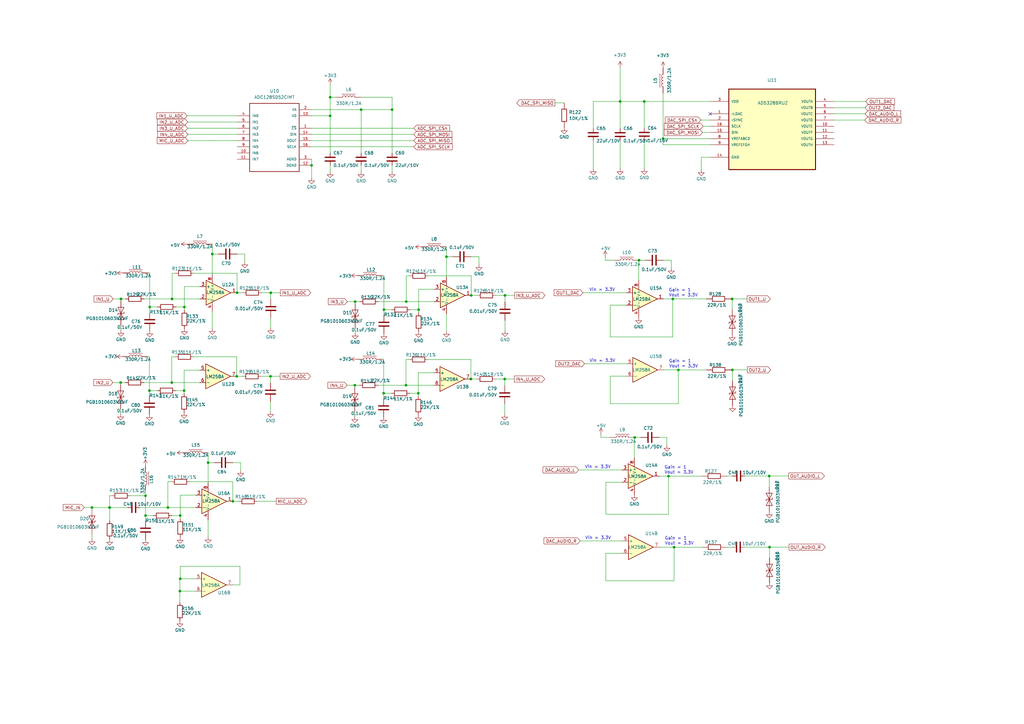
<source format=kicad_sch>
(kicad_sch (version 20230121) (generator eeschema)
  (paper "A3")
  (title_block (title "ПИР СЦХ-254 \"Карно\"\n(Karnix ASB-254)") (date "2023-10-21") (rev "V1.0") (company "ООО \"Фабмикро\"") (comment 1 "ФМТД.466961.029 Э3") (comment 2 "Залата Р.Н."))
  (junction (at 278.2389 151.7338))
  (junction (at 70.5842 122.61))
  (junction (at 49.475 156.9))
  (junction (at 166.5142 157.989))
  (junction (at 61.286 160.202))
  (junction (at 157.47 127.001))
  (junction (at 276.4676 224.4204))
  (junction (at 157.343 161.291))
  (junction (at 95.504 205.613))
  (junction (at 97.1 154.36))
  (junction (at 59.69 211.455))
  (junction (at 275.9457 122.5951))
  (junction (at 87.067 104.195))
  (junction (at 59.6639 203.327))
  (junction (at 97.227 120.07))
  (junction (at 68.8612 208.153))
  (junction (at 135.41 47.5))
  (junction (at 73.914 237.363))
  (junction (at 262.0892 106.7201))
  (junction (at 145.659 123.699))
  (junction (at 127.79 67.82))
  (junction (at 207 155.449))
  (junction (at 111.07 120.07))
  (junction (at 264.249 41.62))
  (junction (at 37.719 208.153))
  (junction (at 207.127 121.159))
  (junction (at 44.9383 208.153))
  (junction (at 193.284 121.159))
  (junction (at 300.2817 122.5951))
  (junction (at 193.157 155.449))
  (junction (at 61.413 125.912))
  (junction (at 271.954 56.86))
  (junction (at 110.943 154.36))
  (junction (at 44.958 208.153))
  (junction (at 85.344 189.738))
  (junction (at 260.3179 179.4067))
  (junction (at 73.787 242.443))
  (junction (at 75.51 160.202))
  (junction (at 73.914 211.455))
  (junction (at 160.81 44.96))
  (junction (at 171.694 127.001))
  (junction (at 166.6412 123.699))
  (junction (at 75.637 125.912))
  (junction (at 315.5 195.2236))
  (junction (at 254.343 41.62))
  (junction (at 183.124 105.284))
  (junction (at 274.1744 195.2817))
  (junction (at 171.567 161.291))
  (junction (at 145.532 157.989))
  (junction (at 70.4572 156.9))
  (junction (at 49.602 122.61))
  (junction (at 300.3968 151.7338))
  (junction (at 148.11 44.96))
  (junction (at 135.41 39.88))
  (junction (at 315.6151 224.4))
  (no_connect (at 291.3 46.7))
  (wire (pts (xy 145.532 157.989) (xy 145.532 158.878)))
  (wire (pts (xy 157.47 129.16) (xy 157.47 127.001)))
  (wire (pts (xy 148.11 44.96) (xy 160.81 44.96)))
  (wire (pts (xy 135.41 47.5) (xy 135.41 39.88)))
  (wire (pts (xy 70.4572 156.9) (xy 81.86 156.9)))
  (wire (pts (xy 171.567 152.909) (xy 171.567 161.291)))
  (wire (pts (xy 85.344 185.674) (xy 85.344 189.738)))
  (wire (pts (xy 300.3968 151.7084) (xy 300.3968 151.7338)))
  (wire (pts (xy 45.847 203.327) (xy 44.9383 203.327)))
  (wire (pts (xy 288.125 54.32) (xy 291.3 54.32)))
  (wire (pts (xy 276.4676 238.2133) (xy 276.4676 224.4204)))
  (wire (pts (xy 287.49 49.24) (xy 291.3 49.24)))
  (wire (pts (xy 70.231 197.612) (xy 68.8612 197.612)))
  (wire (pts (xy 110.943 168.711) (xy 110.943 164.647)))
  (wire (pts (xy 59.6639 211.455) (xy 59.69 211.455)))
  (wire (pts (xy 160.81 70.36) (xy 160.81 67.82)))
  (wire (pts (xy 97.9334 205.613) (xy 95.504 205.613)))
  (wire (pts (xy 275.2972 106.7201) (xy 275.2972 109.8951)))
  (wire (pts (xy 68.8612 208.153) (xy 80.264 208.153)))
  (wire (pts (xy 97.227 104.195) (xy 100.402 104.195)))
  (wire (pts (xy 53.467 203.327) (xy 59.6639 203.327)))
  (wire (pts (xy 203.3334 121.159) (xy 207.127 121.159)))
  (wire (pts (xy 248.495 238.2133) (xy 276.4676 238.2133)))
  (wire (pts (xy 135.41 62.74) (xy 135.41 47.5)))
  (wire (pts (xy 354.8 44.16) (xy 342.1 44.16)))
  (wire (pts (xy 254.343 27.777) (xy 254.343 41.62)))
  (wire (pts (xy 145.659 123.699) (xy 145.659 124.588)))
  (wire (pts (xy 168.138 161.291) (xy 171.567 161.291)))
  (wire (pts (xy 270.4904 224.395) (xy 270.4904 224.4066)))
  (wire (pts (xy 264.249 41.62) (xy 291.3 41.62)))
  (wire (pts (xy 278.2389 151.7338) (xy 289.7125 151.7338)))
  (wire (pts (xy 80.137 242.443) (xy 73.787 242.443)))
  (wire (pts (xy 248.5145 197.8217) (xy 248.5145 210.8903)))
  (wire (pts (xy 298.1012 224.4204) (xy 300.3 224.4204)))
  (wire (pts (xy 167.884 147.448) (xy 166.5142 147.448)))
  (wire (pts (xy 61.286 162.361) (xy 61.286 160.202)))
  (wire (pts (xy 227.5984 42.2156) (xy 231.4084 42.2156)))
  (wire (pts (xy 248.495 226.9466) (xy 248.495 238.2133)))
  (wire (pts (xy 183.124 128.779) (xy 183.124 135.764)))
  (wire (pts (xy 127.79 44.96) (xy 148.11 44.96)))
  (wire (pts (xy 354.673 49.24) (xy 342.1 49.24)))
  (wire (pts (xy 49.602 122.61) (xy 49.602 123.499)))
  (wire (pts (xy 70.5842 122.61) (xy 81.987 122.61)))
  (wire (pts (xy 248.2462 105.4501) (xy 248.2462 106.7201)))
  (wire (pts (xy 355.054 41.62) (xy 342.1 41.62)))
  (wire (pts (xy 166.5142 157.989) (xy 177.917 157.989)))
  (wire (pts (xy 250.2663 154.26) (xy 250.2663 165.5267)))
  (wire (pts (xy 85.344 189.738) (xy 87.884 189.738)))
  (wire (pts (xy 193.284 113.158) (xy 193.284 121.159)))
  (wire (pts (xy 85.979 57.66) (xy 97.31 57.66)))
  (wire (pts (xy 272.1222 122.5951) (xy 275.9457 122.5951)))
  (wire (pts (xy 166.5142 147.448) (xy 166.5142 157.989)))
  (wire (pts (xy 72.208 125.912) (xy 75.637 125.912)))
  (wire (pts (xy 61.413 128.071) (xy 61.413 125.912)))
  (wire (pts (xy 98.679 189.738) (xy 98.679 192.913)))
  (wire (pts (xy 255.1109 197.8217) (xy 248.5145 197.8217)))
  (wire (pts (xy 277.7264 151.7338) (xy 277.7264 151.7084)))
  (wire (pts (xy 169.7 57.66) (xy 127.79 57.66)))
  (wire (pts (xy 271.954 38.1081) (xy 271.954 56.86)))
  (wire (pts (xy 169.7 55.12) (xy 127.79 55.12)))
  (wire (pts (xy 75.637 117.53) (xy 75.637 125.912)))
  (wire (pts (xy 59 156.9) (xy 70.4572 156.9)))
  (wire (pts (xy 288.379 51.78) (xy 291.3 51.78)))
  (wire (pts (xy 275.9551 224.4204) (xy 276.4676 224.4204)))
  (wire (pts (xy 59.69 211.455) (xy 62.865 211.455)))
  (wire (pts (xy 79.447 146.359) (xy 97.1 146.359)))
  (wire (pts (xy 315.5 195.2236) (xy 315.5 199.74)))
  (wire (pts (xy 44.958 208.153) (xy 52.324 208.153)))
  (wire (pts (xy 270.3509 195.2817) (xy 274.1744 195.2817)))
  (wire (pts (xy 71.827 146.359) (xy 70.4572 146.359)))
  (wire (pts (xy 254.343 41.62) (xy 254.343 52.669)))
  (wire (pts (xy 175.631 113.158) (xy 193.284 113.158)))
  (wire (pts (xy 60.651 146.232) (xy 61.286 146.232)))
  (wire (pts (xy 160.81 44.96) (xy 160.81 62.74)))
  (wire (pts (xy 59.127 122.61) (xy 70.5842 122.61)))
  (wire (pts (xy 305.5211 195.2236) (xy 315.5 195.2236)))
  (wire (pts (xy 49.602 122.61) (xy 51.507 122.61)))
  (wire (pts (xy 110.943 154.36) (xy 114.88 154.36)))
  (wire (pts (xy 207 155.449) (xy 210.937 155.449)))
  (wire (pts (xy 87.067 112.45) (xy 87.067 104.195)))
  (wire (pts (xy 97.227 112.069) (xy 97.227 120.07)))
  (wire (pts (xy 261.9622 114.9751) (xy 261.9622 106.7201)))
  (wire (pts (xy 61.286 160.202) (xy 64.461 160.202)))
  (wire (pts (xy 81.987 117.53) (xy 75.637 117.53)))
  (wire (pts (xy 157.47 113.031) (xy 157.47 127.001)))
  (wire (pts (xy 300.2817 127.0401) (xy 300.3162 127.0401)))
  (wire (pts (xy 46.3 156.9) (xy 49.475 156.9)))
  (wire (pts (xy 59.6639 201.3142) (xy 59.6639 203.327)))
  (wire (pts (xy 300.2817 122.5951) (xy 306.4122 122.5951)))
  (wire (pts (xy 68.8612 197.612) (xy 68.8612 208.153)))
  (wire (pts (xy 148.11 39.88) (xy 160.81 39.88)))
  (wire (pts (xy 169.7 60.2) (xy 127.79 60.2)))
  (wire (pts (xy 97.31 50.04) (xy 76.99 50.04)))
  (wire (pts (xy 73.914 211.455) (xy 73.914 212.725)))
  (wire (pts (xy 73.787 237.363) (xy 73.914 237.363)))
  (wire (pts (xy 207.127 135.51) (xy 207.127 131.446)))
  (wire (pts (xy 246.4749 178.1367) (xy 246.4749 179.4067)))
  (wire (pts (xy 135.41 34.8) (xy 135.41 39.88)))
  (wire (pts (xy 59.69 213.614) (xy 59.69 211.455)))
  (wire (pts (xy 127.79 65.28) (xy 127.79 67.82)))
  (wire (pts (xy 256.8822 125.1351) (xy 250.2858 125.1351)))
  (wire (pts (xy 75.51 151.82) (xy 75.51 160.202)))
  (wire (pts (xy 274.1744 210.8903) (xy 274.1744 195.2817)))
  (wire (pts (xy 73.914 237.363) (xy 80.137 237.363)))
  (wire (pts (xy 276.4676 224.4204) (xy 287.9412 224.4204)))
  (wire (pts (xy 183.124 105.284) (xy 185.664 105.284)))
  (wire (pts (xy 239.7497 149.18) (xy 257.0217 149.18)))
  (wire (pts (xy 323.526 195.2236) (xy 323.526 195.2103)))
  (wire (pts (xy 105.5534 205.613) (xy 113.284 205.613)))
  (wire (pts (xy 262.0892 106.7201) (xy 264.5022 106.7201)))
  (wire (pts (xy 207 169.8) (xy 207 165.736)))
  (wire (pts (xy 145.659 123.699) (xy 147.564 123.699)))
  (wire (pts (xy 287.617 64.48) (xy 291.3 64.48)))
  (wire (pts (xy 166.6412 113.158) (xy 166.6412 123.699)))
  (wire (pts (xy 111.07 120.07) (xy 115.007 120.07)))
  (wire (pts (xy 315.6151 224.4) (xy 323.6 224.4)))
  (wire (pts (xy 207.127 121.159) (xy 211.064 121.159)))
  (wire (pts (xy 157.47 127.001) (xy 160.645 127.001)))
  (wire (pts (xy 110.943 157.027) (xy 110.943 154.36)))
  (wire (pts (xy 300.3968 151.7084) (xy 306.5273 151.7084)))
  (wire (pts (xy 264.249 69.052) (xy 264.249 57.622)))
  (wire (pts (xy 95.504 197.612) (xy 95.504 205.613)))
  (wire (pts (xy 248.5145 210.8903) (xy 274.1744 210.8903)))
  (wire (pts (xy 97.31 52.58) (xy 76.99 52.58)))
  (wire (pts (xy 272.1222 106.7201) (xy 275.2972 106.7201)))
  (wire (pts (xy 260.1909 187.6617) (xy 260.1909 179.4067)))
  (wire (pts (xy 270.3509 179.4067) (xy 273.5259 179.4067)))
  (wire (pts (xy 148.11 70.36) (xy 148.11 67.82)))
  (wire (pts (xy 61.413 125.912) (xy 64.588 125.912)))
  (wire (pts (xy 145.532 157.989) (xy 147.437 157.989)))
  (wire (pts (xy 44.9383 203.327) (xy 44.9383 208.153)))
  (wire (pts (xy 142.357 157.989) (xy 145.532 157.989)))
  (wire (pts (xy 127.79 47.5) (xy 135.41 47.5)))
  (wire (pts (xy 107.1494 154.36) (xy 110.943 154.36)))
  (wire (pts (xy 70.485 211.455) (xy 73.914 211.455)))
  (wire (pts (xy 298.0115 195.2817) (xy 298.5104 195.2817)))
  (wire (pts (xy 34.544 208.153) (xy 37.719 208.153)))
  (wire (pts (xy 195.7134 121.159) (xy 193.284 121.159)))
  (wire (pts (xy 61.413 111.942) (xy 61.413 125.912)))
  (wire (pts (xy 272.2617 151.7084) (xy 272.2617 151.72)))
  (wire (pts (xy 254.343 69.179) (xy 254.343 57.749)))
  (wire (pts (xy 87.067 104.195) (xy 89.607 104.195)))
  (wire (pts (xy 291.3 59.4) (xy 271.954 59.4)))
  (wire (pts (xy 57.404 208.153) (xy 68.8612 208.153)))
  (wire (pts (xy 111.07 122.737) (xy 111.07 120.07)))
  (wire (pts (xy 73.787 237.363) (xy 73.787 242.443)))
  (wire (pts (xy 183.124 113.539) (xy 183.124 105.284)))
  (wire (pts (xy 250.2663 165.5267) (xy 278.2389 165.5267)))
  (wire (pts (xy 168.265 127.001) (xy 171.694 127.001)))
  (wire (pts (xy 80.264 203.073) (xy 73.914 203.073)))
  (wire (pts (xy 49.475 156.9) (xy 51.38 156.9)))
  (wire (pts (xy 70.5842 112.069) (xy 70.5842 122.61)))
  (wire (pts (xy 196.459 105.284) (xy 196.459 108.459)))
  (wire (pts (xy 305.38 224.4) (xy 315.6151 224.4)))
  (wire (pts (xy 261.9622 106.7201) (xy 262.0892 106.7201)))
  (wire (pts (xy 99.5294 154.36) (xy 97.1 154.36)))
  (wire (pts (xy 95.504 189.738) (xy 98.679 189.738)))
  (wire (pts (xy 175.504 147.448) (xy 193.157 147.448)))
  (wire (pts (xy 87.067 127.69) (xy 87.067 134.675)))
  (wire (pts (xy 277.7264 151.7084) (xy 272.2617 151.7084)))
  (wire (pts (xy 299.8725 151.7338) (xy 300.3968 151.7338)))
  (wire (pts (xy 111.07 134.421) (xy 111.07 130.357)))
  (wire (pts (xy 239.1022 120.0551) (xy 256.8822 120.0551)))
  (wire (pts (xy 71.954 112.069) (xy 70.5842 112.069)))
  (wire (pts (xy 299.7828 122.5951) (xy 300.2817 122.5951)))
  (wire (pts (xy 73.787 242.443) (xy 73.787 247.015)))
  (wire (pts (xy 171.694 127.001) (xy 171.694 128.271)))
  (wire (pts (xy 300.3 224.4204) (xy 300.3 224.4)))
  (wire (pts (xy 97.409 60.198) (xy 97.409 60.2)))
  (wire (pts (xy 287.617 69.56) (xy 287.617 64.48)))
  (wire (pts (xy 156.835 113.031) (xy 157.47 113.031)))
  (wire (pts (xy 183.124 101.22) (xy 183.124 105.284)))
  (wire (pts (xy 148.11 44.96) (xy 148.11 62.74)))
  (wire (pts (xy 300.2817 122.5951) (xy 300.2817 127.0401)))
  (wire (pts (xy 44.958 213.487) (xy 44.958 208.153)))
  (wire (pts (xy 260.3179 179.4067) (xy 262.7309 179.4067)))
  (wire (pts (xy 203.2064 155.449) (xy 207 155.449)))
  (wire (pts (xy 171.694 118.619) (xy 171.694 127.001)))
  (wire (pts (xy 248.2462 106.7201) (xy 251.9292 106.7201)))
  (wire (pts (xy 160.81 39.88) (xy 160.81 44.96)))
  (wire (pts (xy 237.9784 221.8666) (xy 255.2504 221.8666)))
  (wire (pts (xy 271.954 56.86) (xy 291.3 56.86)))
  (wire (pts (xy 260.1909 179.4067) (xy 260.3179 179.4067)))
  (wire (pts (xy 95.377 239.903) (xy 98.4151 239.903)))
  (wire (pts (xy 100.402 104.195) (xy 100.402 107.37)))
  (wire (pts (xy 142.484 123.699) (xy 145.659 123.699)))
  (wire (pts (xy 264.249 52.542) (xy 264.249 41.62)))
  (wire (pts (xy 75.51 160.202) (xy 75.51 161.472)))
  (wire (pts (xy 49.475 156.9) (xy 49.475 157.789)))
  (wire (pts (xy 59.6639 203.327) (xy 59.6639 211.455)))
  (wire (pts (xy 274.1744 195.2817) (xy 287.8515 195.2817)))
  (wire (pts (xy 85.344 213.233) (xy 85.344 220.218)))
  (wire (pts (xy 298.5104 195.2236) (xy 298.5104 195.2817)))
  (wire (pts (xy 207 158.116) (xy 207 155.449)))
  (wire (pts (xy 166.6412 123.699) (xy 178.044 123.699)))
  (wire (pts (xy 60.778 111.942) (xy 61.413 111.942)))
  (wire (pts (xy 275.9457 122.5951) (xy 289.6228 122.5951)))
  (wire (pts (xy 243.294 69.179) (xy 243.294 57.749)))
  (wire (pts (xy 300.4411 195.2236) (xy 298.5104 195.2236)))
  (wire (pts (xy 193.157 147.448) (xy 193.157 155.449)))
  (wire (pts (xy 315.6151 224.4) (xy 315.6151 228.8533)))
  (wire (pts (xy 155.184 123.699) (xy 166.6412 123.699)))
  (wire (pts (xy 195.5864 155.449) (xy 193.157 155.449)))
  (wire (pts (xy 275.9551 224.395) (xy 270.4904 224.395)))
  (wire (pts (xy 155.057 157.989) (xy 166.5142 157.989)))
  (wire (pts (xy 157.343 147.321) (xy 157.343 161.291)))
  (wire (pts (xy 98.4151 232.267) (xy 73.914 232.267)))
  (wire (pts (xy 72.081 160.202) (xy 75.51 160.202)))
  (wire (pts (xy 49.602 135.437) (xy 49.602 133.659)))
  (wire (pts (xy 271.954 59.4) (xy 271.954 56.86)))
  (wire (pts (xy 275.9551 224.4204) (xy 275.9551 224.395)))
  (wire (pts (xy 97.31 55.12) (xy 77.117 55.12)))
  (wire (pts (xy 37.719 220.98) (xy 37.719 219.202)))
  (wire (pts (xy 277.7264 151.7338) (xy 278.2389 151.7338)))
  (wire (pts (xy 168.011 113.158) (xy 166.6412 113.158)))
  (wire (pts (xy 77.851 197.612) (xy 95.504 197.612)))
  (wire (pts (xy 273.5259 179.4067) (xy 273.5259 182.5817)))
  (wire (pts (xy 145.532 170.816) (xy 145.532 169.038)))
  (wire (pts (xy 145.659 136.526) (xy 145.659 134.748)))
  (wire (pts (xy 73.914 232.267) (xy 73.914 237.363)))
  (wire (pts (xy 99.6564 120.07) (xy 97.227 120.07)))
  (wire (pts (xy 300.3968 151.7338) (xy 300.3968 156.1534)))
  (wire (pts (xy 79.574 112.069) (xy 97.227 112.069)))
  (wire (pts (xy 171.567 161.291) (xy 171.567 162.561)))
  (wire (pts (xy 250.2858 125.1351) (xy 250.2858 138.2037)))
  (wire (pts (xy 255.2504 226.9466) (xy 248.495 226.9466)))
  (wire (pts (xy 75.637 125.912) (xy 75.637 127.182)))
  (wire (pts (xy 257.0217 154.26) (xy 250.2663 154.26)))
  (wire (pts (xy 243.294 41.62) (xy 243.294 52.669)))
  (wire (pts (xy 37.719 208.153) (xy 44.9383 208.153)))
  (wire (pts (xy 81.86 151.82) (xy 75.51 151.82)))
  (wire (pts (xy 354.8 46.7) (xy 342.1 46.7)))
  (wire (pts (xy 70.4572 146.359) (xy 70.4572 156.9)))
  (wire (pts (xy 254.343 41.62) (xy 264.249 41.62)))
  (wire (pts (xy 73.914 203.073) (xy 73.914 211.455)))
  (wire (pts (xy 97.1 146.359) (xy 97.1 154.36)))
  (wire (pts (xy 250.2858 138.2037) (xy 275.9457 138.2037)))
  (wire (pts (xy 169.7 52.58) (xy 127.79 52.58)))
  (wire (pts (xy 127.79 67.82) (xy 127.79 72.9)))
  (wire (pts (xy 98.4151 239.903) (xy 98.4151 232.267)))
  (wire (pts (xy 254.343 41.62) (xy 243.294 41.62)))
  (wire (pts (xy 61.286 146.232) (xy 61.286 160.202)))
  (wire (pts (xy 177.917 152.909) (xy 171.567 152.909)))
  (wire (pts (xy 275.9457 138.2037) (xy 275.9457 122.5951)))
  (wire (pts (xy 97.31 47.5) (xy 76.736 47.5)))
  (wire (pts (xy 37.719 208.153) (xy 37.719 209.042)))
  (wire (pts (xy 135.41 39.88) (xy 137.95 39.88)))
  (wire (pts (xy 300.3968 156.1534) (xy 300.4313 156.1534)))
  (wire (pts (xy 46.427 122.61) (xy 49.602 122.61)))
  (wire (pts (xy 237.3309 192.7417) (xy 255.1109 192.7417)))
  (wire (pts (xy 315.5 195.2236) (xy 323.526 195.2236)))
  (wire (pts (xy 135.41 70.36) (xy 135.41 67.82)))
  (wire (pts (xy 178.044 118.619) (xy 171.694 118.619)))
  (wire (pts (xy 97.409 60.2) (xy 97.31 60.2)))
  (wire (pts (xy 193.284 105.284) (xy 196.459 105.284)))
  (wire (pts (xy 49.475 169.727) (xy 49.475 167.949)))
  (wire (pts (xy 246.4749 179.4067) (xy 250.1579 179.4067)))
  (wire (pts (xy 85.344 197.993) (xy 85.344 189.738)))
  (wire (pts (xy 278.2389 165.5267) (xy 278.2389 151.7338)))
  (wire (pts (xy 85.979 57.658) (xy 85.979 57.66)))
  (wire (pts (xy 107.2764 120.07) (xy 111.07 120.07)))
  (wire (pts (xy 157.343 163.45) (xy 157.343 161.291)))
  (wire (pts (xy 44.9383 208.153) (xy 44.958 208.153)))
  (wire (pts (xy 77.089 57.658) (xy 85.979 57.658)))
  (wire (pts (xy 157.343 161.291) (xy 160.518 161.291)))
  (wire (pts (xy 156.708 147.321) (xy 157.343 147.321)))
  (wire (pts (xy 207.127 123.826) (xy 207.127 121.159)))
  (wire (pts (xy 87.067 100.131) (xy 87.067 104.195)))
  (text "Gain = 1\nVout = 3.3V" (at 272.5099 194.5705 0) (effects (font (size 1.27 1.27)) (justify left bottom)))
  (text "Vin = 3.3V" (at 241.7573 148.7874 0) (effects (font (size 1.27 1.27)) (justify left bottom)))
  (text "Vin = 3.3V" (at 239.986 221.474 0) (effects (font (size 1.27 1.27)) (justify left bottom)))
  (text "Vin = 3.3V" (at 241.6422 119.6741 0) (effects (font (size 1.27 1.27)) (justify left bottom)))
  (text "Gain = 1\nVout = 3.3V" (at 274.2812 121.8839 0) (effects (font (size 1.27 1.27)) (justify left bottom)))
  (text "Gain = 1\nVout = 3.3V" (at 272.625 223.6838 0) (effects (font (size 1.27 1.27)) (justify left bottom)))
  (text "Gain = 1\nVout = 3.3V" (at 274.3963 150.9972 0) (effects (font (size 1.27 1.27)) (justify left bottom)))
  (text "Vin = 3.3V" (at 239.8709 192.3607 0) (effects (font (size 1.27 1.27)) (justify left bottom)))
  (global_label "OUT_AUDIO_R" (shape output) (at 323.6 224.4 0) (property "Intersheetrefs" "${INTERSHEET_REFS}" (effects hide)))
  (global_label "ADC_SPI_CSn" (shape input) (at 169.7 52.58 0) (property "Intersheetrefs" "${INTERSHEET_REFS}" (effects hide)))
  (global_label "IN2_U_ADC" (shape input) (at 76.99 50.04 180) (property "Intersheetrefs" "${INTERSHEET_REFS}" (effects hide)))
  (global_label "OUT2_U" (shape output) (at 306.5273 151.7084 0) (property "Intersheetrefs" "${INTERSHEET_REFS}" (effects hide)))
  (global_label "MIC_U_ADC" (shape output) (at 113.284 205.613 0) (property "Intersheetrefs" "${INTERSHEET_REFS}" (effects hide)))
  (global_label "OUT_AUDIO_L" (shape output) (at 323.526 195.2236 0) (property "Intersheetrefs" "${INTERSHEET_REFS}" (effects hide)))
  (global_label "IN3_U_ADC" (shape output) (at 211.064 121.159 0) (property "Intersheetrefs" "${INTERSHEET_REFS}" (effects hide)))
  (global_label "IN3_U" (shape input) (at 142.484 123.699 180) (property "Intersheetrefs" "${INTERSHEET_REFS}" (effects hide)) (property "Обозначения листов" "${INTERSHEET_REFS}" (effects hide)))
  (global_label "IN2_U_ADC" (shape output) (at 114.88 154.36 0) (property "Intersheetrefs" "${INTERSHEET_REFS}" (effects hide)))
  (global_label "IN4_U_ADC" (shape output) (at 210.937 155.449 0) (property "Intersheetrefs" "${INTERSHEET_REFS}" (effects hide)))
  (global_label "DAC_SPI_MISO" (shape output) (at 227.5984 42.2156 180) (property "Intersheetrefs" "${INTERSHEET_REFS}" (effects hide)))
  (global_label "ADC_SPI_MOSI" (shape input) (at 169.7 55.12 0) (property "Intersheetrefs" "${INTERSHEET_REFS}" (effects hide)))
  (global_label "DAC_AUDIO_L" (shape input) (at 237.3309 192.7417 180) (property "Intersheetrefs" "${INTERSHEET_REFS}" (effects hide)))
  (global_label "ADC_SPI_SCLK" (shape input) (at 169.7 60.2 0) (property "Intersheetrefs" "${INTERSHEET_REFS}" (effects hide)))
  (global_label "DAC_SPI_MOSI" (shape input) (at 288.125 54.32 180) (property "Intersheetrefs" "${INTERSHEET_REFS}" (effects hide)))
  (global_label "ADC_SPI_MISO" (shape input) (at 169.7 57.66 0) (property "Intersheetrefs" "${INTERSHEET_REFS}" (effects hide)))
  (global_label "OUT1_U" (shape output) (at 306.4122 122.5951 0) (property "Intersheetrefs" "${INTERSHEET_REFS}" (effects hide)))
  (global_label "OUT2_DAC" (shape input) (at 354.8 44.16 0) (property "Intersheetrefs" "${INTERSHEET_REFS}" (effects hide)))
  (global_label "IN1_U_ADC" (shape input) (at 76.736 47.5 180) (property "Intersheetrefs" "${INTERSHEET_REFS}" (effects hide)))
  (global_label "OUT1_DAC" (shape input) (at 239.1022 120.0551 180) (property "Intersheetrefs" "${INTERSHEET_REFS}" (effects hide)))
  (global_label "IN4_U" (shape input) (at 142.357 157.989 180) (property "Intersheetrefs" "${INTERSHEET_REFS}" (effects hide)) (property "Обозначения листов" "${INTERSHEET_REFS}" (effects hide)))
  (global_label "IN1_U_ADC" (shape output) (at 115.007 120.07 0) (property "Intersheetrefs" "${INTERSHEET_REFS}" (effects hide)))
  (global_label "IN4_U_ADC" (shape input) (at 77.117 55.12 180) (property "Intersheetrefs" "${INTERSHEET_REFS}" (effects hide)))
  (global_label "DAC_AUDIO_L" (shape input) (at 354.8 46.7 0) (property "Intersheetrefs" "${INTERSHEET_REFS}" (effects hide)))
  (global_label "DAC_AUDIO_R" (shape input) (at 354.673 49.24 0) (property "Intersheetrefs" "${INTERSHEET_REFS}" (effects hide)))
  (global_label "MIC_IN" (shape input) (at 34.544 208.153 180) (property "Intersheetrefs" "${INTERSHEET_REFS}" (effects hide)) (property "Обозначения листов" "${INTERSHEET_REFS}" (effects hide)))
  (global_label "OUT1_DAC" (shape input) (at 355.054 41.62 0) (property "Intersheetrefs" "${INTERSHEET_REFS}" (effects hide)))
  (global_label "DAC_SPI_SCLK" (shape input) (at 288.379 51.78 180) (property "Intersheetrefs" "${INTERSHEET_REFS}" (effects hide)))
  (global_label "IN3_U_ADC" (shape input) (at 76.99 52.58 180) (property "Intersheetrefs" "${INTERSHEET_REFS}" (effects hide)))
  (global_label "IN1_U" (shape input) (at 46.427 122.61 180) (property "Intersheetrefs" "${INTERSHEET_REFS}" (effects hide)) (property "Обозначения листов" "${INTERSHEET_REFS}" (effects hide)))
  (global_label "IN2_U" (shape input) (at 46.3 156.9 180) (property "Intersheetrefs" "${INTERSHEET_REFS}" (effects hide)) (property "Обозначения листов" "${INTERSHEET_REFS}" (effects hide)))
  (global_label "DAC_AUDIO_R" (shape input) (at 237.9784 221.8666 180) (property "Intersheetrefs" "${INTERSHEET_REFS}" (effects hide)))
  (global_label "DAC_SPI_CSn" (shape input) (at 287.49 49.24 180) (property "Intersheetrefs" "${INTERSHEET_REFS}" (effects hide)))
  (global_label "OUT2_DAC" (shape input) (at 239.7497 149.18 180) (property "Intersheetrefs" "${INTERSHEET_REFS}" (effects hide)))
  (global_label "MIC_U_ADC" (shape input) (at 77.089 57.658 180) (property "Intersheetrefs" "${INTERSHEET_REFS}" (effects hide)))
  (symbol (lib_id "Fabmicro:Ferrite_Beads") (at 151.755 113.031 0) (mirror y) (unit 1)
    (property "Reference" "L12" (at 152.136 110.618 0))
    (property "Value" "330R/1.2A" (at 152.771 114.174 0))
    (property "Footprint" "Inductor_SMD:L_0603_1608Metric" (effects hide))
    (property "Mfr. Part Number" "BLM18PG331SN1D" (effects hide))
    (property "Supplier" "Fabmicro" (effects hide))
  )
  (symbol (lib_id "power:GND") (at 300.4313 166.3134 0) (mirror y) (unit 1)
    (property "Reference" "#PWR0190" (effects hide))
    (property "Value" "GND" (effects hide))
  )
  (symbol (lib_id "Fabmicro:Ferrite_Beads") (at 178.044 101.22 0) (mirror y) (unit 1)
    (property "Reference" "L8" (at 178.044 98.045 0))
    (property "Value" "330R/1.2A" (at 178.044 102.236 0))
    (property "Footprint" "Inductor_SMD:L_0603_1608Metric" (effects hide))
    (property "Mfr. Part Number" "BLM18PG331SN1D" (effects hide))
    (property "Supplier" "Fabmicro" (effects hide))
  )
  (symbol (lib_id "Device:R") (at 75.51 165.282 180) (unit 1)
    (property "Reference" "R145" (at 78.685 164.012 0))
    (property "Value" "22K/1%" (at 80.336 165.917 0))
    (property "Footprint" "Resistor_SMD:R_0402_1005Metric" (effects hide))
    (property "Mfr. Part Number" "RC0402FR-0722KL" (effects hide))
  )
  (symbol (lib_id "Device:R") (at 171.694 147.448 270) (unit 1)
    (property "Reference" "R136" (at 168.9 145.543 90))
    (property "Value" "11K/1%" (at 174.869 145.543 90))
    (property "Footprint" "Resistor_SMD:R_0402_1005Metric" (effects hide))
    (property "Mfr. Part Number" "RC0402FR-0711KL" (effects hide))
  )
  (symbol (lib_id "Fabmicro:ProtectiveDiodeDA") (at 315.5 199.74 270) (unit 1)
    (property "Reference" "D12" (at 318.675 200.883 0) (effects (justify right)))
    (property "Value" "PGB1010603NRHF" (at 319.056 214.599 0) (effects (justify right)))
    (property "Footprint" "Fuse:Fuse_0603_1608Metric" (effects hide))
    (property "Mfr. Part Number" "PGB1010603NRHF" (effects hide))
    (property "Supplier" "Fabmicro" (effects hide))
  )
  (symbol (lib_id "Device:R") (at 75.764 112.069 270) (unit 1)
    (property "Reference" "R123" (at 72.97 110.164 90))
    (property "Value" "11K/1%" (at 78.939 110.164 90))
    (property "Footprint" "Resistor_SMD:R_0402_1005Metric" (effects hide))
    (property "Mfr. Part Number" "RC0402FR-0711KL" (effects hide))
  )
  (symbol (lib_id "Device:C") (at 61.413 131.881 180) (unit 1)
    (property "Reference" "C76" (at 57.73 131.881 0) (effects (justify left)))
    (property "Value" "0.1uF/50V" (at 58.365 134.167 0) (effects (justify left)))
    (property "Footprint" "Capacitor_SMD:C_0402_1005Metric" (effects hide))
    (property "Mfr. Part Number" "CC0402KRX7R9BB104" (effects hide))
  )
  (symbol (lib_id "power:GND") (at 243.294 69.179 0) (mirror y) (unit 1)
    (property "Reference" "#PWR0156" (effects hide))
    (property "Value" "GND" (at 243.294 72.989 0))
  )
  (symbol (lib_id "Amplifier_Operational:LM358") (at 89.607 120.07 0) (unit 3)
    (property "Reference" "U12" (effects hide))
    (property "Value" "LM258A" (effects hide))
    (property "Footprint" "Package_SO:SO-8_3.9x4.9mm_P1.27mm" (effects hide))
    (property "Mfr. Part Number" "LM258A" (effects hide))
  )
  (symbol (lib_id "power:GND") (at 254.343 69.179 0) (mirror y) (unit 1)
    (property "Reference" "#PWR0157" (effects hide))
    (property "Value" "GND" (at 254.343 72.989 0))
  )
  (symbol (lib_id "Device:R") (at 75.637 130.992 180) (unit 1)
    (property "Reference" "R133" (at 78.812 129.722 0))
    (property "Value" "22K/1%" (at 80.463 131.627 0))
    (property "Footprint" "Resistor_SMD:R_0402_1005Metric" (effects hide))
    (property "Mfr. Part Number" "RC0402FR-0722KL" (effects hide))
  )
  (symbol (lib_id "Amplifier_Operational:LM358") (at 185.664 121.159 0) (unit 1)
    (property "Reference" "U13" (at 189.601 117.857 0))
    (property "Value" "LM258A" (at 184.394 121.032 0))
    (property "Footprint" "Package_SO:SO-8_3.9x4.9mm_P1.27mm" (effects hide))
    (property "Mfr. Part Number" "LM258A" (effects hide))
  )
  (symbol (lib_id "Fabmicro:+3V3") (at 146.675 113.031 90) (unit 1)
    (property "Reference" "#PWR?" (effects hide))
    (property "Value" "+3V3" (at 141.457 113.189 90))
    (instances (project "Karnix_ASB" (path "" (reference "#PWR?") (unit 1)) (path "" (reference "#PWR075") (unit 1)) (path "" (reference "#PWR0172") (unit 1))))
  )
  (symbol (lib_id "power:GND") (at 260.1909 202.9017 0) (mirror y) (unit 1)
    (property "Reference" "#PWR0173" (effects hide))
    (property "Value" "GND" (at 260.1909 206.7117 0))
  )
  (symbol (lib_id "power:GND") (at 135.41 70.36 0) (mirror y) (unit 1)
    (property "Reference" "#PWR0159" (effects hide))
    (property "Value" "GND" (at 135.41 74.17 0))
  )
  (symbol (lib_id "Fabmicro:CapacitorUnpolarized") (at 148.11 65.28 270) (unit 1)
    (property "Reference" "C68" (at 149.38 62.74 90) (effects (justify left)))
    (property "Value" "0.1uF/50V" (at 149.38 67.82 90) (effects (justify left)))
    (property "Footprint" "Capacitor_SMD:C_0402_1005Metric" (effects hide))
    (property "Mfr. Part Number" "CC0402KRX7R9BB104" (effects hide))
    (property "Supplier" "Fabmicro" (effects hide))
  )
  (symbol (lib_id "power:GND") (at 98.679 192.913 0) (unit 1)
    (property "Reference" "#PWR0207" (effects hide))
    (property "Value" "GND" (at 98.679 196.723 0))
  )
  (symbol (lib_id "Device:C") (at 61.286 166.171 180) (unit 1)
    (property "Reference" "C80" (at 57.603 166.171 0) (effects (justify left)))
    (property "Value" "0.1uF/50V" (at 58.238 168.457 0) (effects (justify left)))
    (property "Footprint" "Capacitor_SMD:C_0402_1005Metric" (effects hide))
    (property "Mfr. Part Number" "CC0402KRX7R9BB104" (effects hide))
  )
  (symbol (lib_id "Fabmicro:Resistor") (at 292.9315 195.2817 180) (unit 1)
    (property "Reference" "R127" (at 294.1095 193.2497 0) (effects (justify left)))
    (property "Value" "22R/1%" (at 296.1415 197.8217 0) (effects (justify left)))
    (property "Footprint" "Resistor_SMD:R_0402_1005Metric" (effects hide))
    (property "Mfr. Part Number" "RC0402FR-0722RL" (effects hide))
    (property "Supplier" "Fabmicro" (effects hide))
  )
  (symbol (lib_id "Device:R") (at 101.7434 205.613 270) (unit 1)
    (property "Reference" "R148" (at 98.9494 203.708 90))
    (property "Value" "51R/1%" (at 104.9184 203.708 90))
    (property "Footprint" "Resistor_SMD:R_0402_1005Metric" (effects hide))
    (property "Mfr. Part Number" "RC0402FR-0751RL" (effects hide))
  )
  (symbol (lib_id "power:GND") (at 315.5 209.9 0) (mirror y) (unit 1)
    (property "Reference" "#PWR0183" (effects hide))
    (property "Value" "GND" (at 315.5 213.71 0))
  )
  (symbol (lib_id "Fabmicro:+3V3") (at 135.41 34.8 0) (unit 1)
    (property "Reference" "#PWR?" (effects hide))
    (property "Value" "+3V3" (at 135.41 30.99 0))
    (instances (project "Karnix_ASB" (path "" (reference "#PWR?") (unit 1)) (path "" (reference "#PWR075") (unit 1)) (path "" (reference "#PWR0153") (unit 1))))
  )
  (symbol (lib_id "Device:R") (at 74.041 197.612 270) (unit 1)
    (property "Reference" "R147" (at 71.247 195.707 90))
    (property "Value" "1M/1%" (at 77.216 195.707 90))
    (property "Footprint" "Resistor_SMD:R_0402_1005Metric" (effects hide))
    (property "Mfr. Part Number" "RC0402FR-071ML" (effects hide))
  )
  (symbol (lib_id "Fabmicro:CapacitorUnpolarized") (at 302.9811 195.2236 0) (mirror x) (unit 1)
    (property "Reference" "C48" (at 298.6631 193.8266 0) (effects (justify left)))
    (property "Value" "10uF/10V" (at 304.5051 193.8266 0) (effects (justify left)))
    (property "Footprint" "Capacitor_SMD:C_0603_1608Metric" (effects hide))
    (property "Mfr. Part Number" "GRM188R61A106KE69D" (effects hide))
    (property "Supplier" "Fabmicro" (effects hide))
    (instances (project "Karnix_ASB" (path "" (reference "C48") (unit 1)) (path "" (reference "C83") (unit 1)) (path "" (reference "C82") (unit 1))))
  )
  (symbol (lib_id "power:+5V") (at 76.907 100.131 90) (unit 1)
    (property "Reference" "#PWR0163" (effects hide))
    (property "Value" "+5V" (at 73.7321 100.5508 90) (effects (justify left)))
  )
  (symbol (lib_id "Device:R") (at 49.657 203.327 90) (unit 1)
    (property "Reference" "R157" (at 47.371 201.168 90))
    (property "Value" "11K/1%" (at 53.086 201.168 90))
    (property "Footprint" "Resistor_SMD:R_0402_1005Metric" (effects hide))
    (property "Mfr. Part Number" "RC0402FR-0711KL" (effects hide))
  )
  (symbol (lib_id "Device:R") (at 44.958 217.297 180) (unit 1)
    (property "Reference" "R149" (at 48.133 216.027 0))
    (property "Value" "11K/1%" (at 49.784 217.932 0))
    (property "Footprint" "Resistor_SMD:R_0402_1005Metric" (effects hide))
    (property "Mfr. Part Number" "RC0402FR-0711KL" (effects hide))
  )
  (symbol (lib_id "Fabmicro:+3V3") (at 146.548 147.321 90) (unit 1)
    (property "Reference" "#PWR?" (effects hide))
    (property "Value" "+3V3" (at 141.457 147.289 90))
    (instances (project "Karnix_ASB" (path "" (reference "#PWR?") (unit 1)) (path "" (reference "#PWR075") (unit 1)) (path "" (reference "#PWR0188") (unit 1))))
  )
  (symbol (lib_id "power:GND") (at 261.9622 130.2151 0) (mirror y) (unit 1)
    (property "Reference" "#PWR0174" (effects hide))
    (property "Value" "GND" (at 261.9622 134.0251 0))
  )
  (symbol (lib_id "power:GND") (at 275.2972 109.8951 0) (unit 1)
    (property "Reference" "#PWR0170" (effects hide))
    (property "Value" "GND" (at 275.2972 113.7051 0))
  )
  (symbol (lib_id "power:GND") (at 145.659 136.526 0) (unit 1)
    (property "Reference" "#PWR0184" (effects hide))
    (property "Value" "GND" (at 145.659 140.336 0))
  )
  (symbol (lib_id "Fabmicro:ProtectiveDiodeDA") (at 145.532 169.038 90) (unit 1)
    (property "Reference" "D19" (at 140.452 162.561 90) (effects (justify right)))
    (property "Value" "PGB1010603NRHF" (at 131.181 165.99 90) (effects (justify right)))
    (property "Footprint" "Fuse:Fuse_0603_1608Metric" (effects hide))
    (property "Mfr. Part Number" "PGB1010603NRHF" (effects hide))
    (property "Supplier" "Fabmicro" (effects hide))
  )
  (symbol (lib_id "Device:R") (at 151.247 157.989 90) (unit 1)
    (property "Reference" "R142" (at 150.358 156.211 90))
    (property "Value" "22K/1%" (at 156.073 156.084 90))
    (property "Footprint" "Resistor_SMD:R_0402_1005Metric" (effects hide))
    (property "Mfr. Part Number" "RC0402FR-0722KL" (effects hide))
  )
  (symbol (lib_id "Device:C") (at 110.943 160.837 0) (mirror y) (unit 1)
    (property "Reference" "C78" (at 107.768 158.297 0) (effects (justify left)))
    (property "Value" "0.01uF/50V" (at 107.768 160.837 0) (effects (justify left)))
    (property "Footprint" "Capacitor_SMD:C_0402_1005Metric" (effects hide))
    (property "Mfr. Part Number" "GRM155R71H103KA88D" (effects hide))
  )
  (symbol (lib_id "Fabmicro:CapacitorUnpolarized") (at 135.41 65.28 270) (unit 1)
    (property "Reference" "C67" (at 136.68 62.74 90) (effects (justify left)))
    (property "Value" "0.1uF/50V" (at 136.68 67.82 90) (effects (justify left)))
    (property "Footprint" "Capacitor_SMD:C_0402_1005Metric" (effects hide))
    (property "Mfr. Part Number" "CC0402KRX7R9BB104" (effects hide))
    (property "Supplier" "Fabmicro" (effects hide))
  )
  (symbol (lib_id "Device:C") (at 207.127 127.636 0) (mirror y) (unit 1)
    (property "Reference" "C75" (at 203.952 125.096 0) (effects (justify left)))
    (property "Value" "0.01uF/50V" (at 203.952 127.636 0) (effects (justify left)))
    (property "Footprint" "Capacitor_SMD:C_0402_1005Metric" (effects hide))
    (property "Mfr. Part Number" "GRM155R71H103KA88D" (effects hide))
  )
  (symbol (lib_id "Device:R") (at 73.787 250.825 180) (unit 1)
    (property "Reference" "R156" (at 76.962 249.555 0))
    (property "Value" "22K/1%" (at 78.613 251.46 0))
    (property "Footprint" "Resistor_SMD:R_0402_1005Metric" (effects hide))
    (property "Mfr. Part Number" "RC0402FR-0722KL" (effects hide))
  )
  (symbol (lib_id "Device:C") (at 266.5409 179.4067 90) (mirror x) (unit 1)
    (property "Reference" "C72" (at 267.8109 175.5967 90) (effects (justify left)))
    (property "Value" "0.1uF/50V" (at 271.6209 183.2167 90) (effects (justify left)))
    (property "Footprint" "Capacitor_SMD:C_0402_1005Metric" (effects hide))
    (property "Mfr. Part Number" "CC0402KRX7R9BB104" (effects hide))
  )
  (symbol (lib_id "Device:R") (at 55.317 122.61 90) (unit 1)
    (property "Reference" "R129" (at 54.428 120.832 90))
    (property "Value" "22K/1%" (at 60.143 120.705 90))
    (property "Footprint" "Resistor_SMD:R_0402_1005Metric" (effects hide))
    (property "Mfr. Part Number" "RC0402FR-0722KL" (effects hide))
  )
  (symbol (lib_id "Fabmicro:ProtectiveDiodeDA") (at 315.6151 228.8533 270) (unit 1)
    (property "Reference" "D16" (at 318.7901 229.9963 0) (effects (justify right)))
    (property "Value" "PGB1010603NRHF" (at 319.1711 243.7123 0) (effects (justify right)))
    (property "Footprint" "Fuse:Fuse_0603_1608Metric" (effects hide))
    (property "Mfr. Part Number" "PGB1010603NRHF" (effects hide))
    (property "Supplier" "Fabmicro" (effects hide))
  )
  (symbol (lib_id "Device:C") (at 268.3122 106.7201 90) (mirror x) (unit 1)
    (property "Reference" "C73" (at 269.5822 102.9101 90) (effects (justify left)))
    (property "Value" "0.1uF/50V" (at 273.3922 110.5301 90) (effects (justify left)))
    (property "Footprint" "Capacitor_SMD:C_0402_1005Metric" (effects hide))
    (property "Mfr. Part Number" "CC0402KRX7R9BB104" (effects hide))
  )
  (symbol (lib_id "Amplifier_Operational:LM358") (at 87.884 205.613 0) (unit 1)
    (property "Reference" "U16" (at 91.821 202.311 0))
    (property "Value" "LM258A" (at 86.614 205.486 0))
    (property "Footprint" "Package_SO:SO-8_3.9x4.9mm_P1.27mm" (effects hide))
    (property "Mfr. Part Number" "LM258A" (effects hide))
  )
  (symbol (lib_id "power:GND") (at 231.4084 52.3756 0) (mirror y) (unit 1)
    (property "Reference" "#PWR0154" (effects hide))
    (property "Value" "GND" (at 231.4084 56.1856 0))
  )
  (symbol (lib_id "power:GND") (at 49.475 169.727 0) (unit 1)
    (property "Reference" "#PWR0193" (effects hide))
    (property "Value" "GND" (at 49.475 173.537 0))
  )
  (symbol (lib_id "power:GND") (at 61.413 135.691 0) (mirror y) (unit 1)
    (property "Reference" "#PWR0180" (effects hide))
    (property "Value" "GND" (at 61.413 139.501 0))
  )
  (symbol (lib_id "power:GND") (at 61.286 169.981 0) (mirror y) (unit 1)
    (property "Reference" "#PWR0195" (effects hide))
    (property "Value" "GND" (at 61.286 173.791 0))
  )
  (symbol (lib_id "power:GND") (at 44.958 221.107 0) (mirror y) (unit 1)
    (property "Reference" "#PWR0209" (effects hide))
    (property "Value" "GND" (at 44.958 224.917 0))
  )
  (symbol (lib_id "Amplifier_Operational:LM358") (at 262.7309 195.2817 0) (unit 1)
    (property "Reference" "U14" (at 267.1759 190.8367 0))
    (property "Value" "LM258A" (at 261.4355 195.3833 0))
    (property "Footprint" "Package_SO:SO-8_3.9x4.9mm_P1.27mm" (effects hide))
    (property "Mfr. Part Number" "LM258A" (effects hide))
  )
  (symbol (lib_id "Amplifier_Operational:LM358") (at 89.607 120.07 0) (unit 1)
    (property "Reference" "U12" (at 93.544 116.768 0))
    (property "Value" "LM258A" (at 88.337 119.943 0))
    (property "Footprint" "Package_SO:SO-8_3.9x4.9mm_P1.27mm" (effects hide))
    (property "Mfr. Part Number" "LM258A" (effects hide))
  )
  (symbol (lib_id "power:GND") (at 264.249 69.052 0) (mirror y) (unit 1)
    (property "Reference" "#PWR0155" (effects hide))
    (property "Value" "GND" (at 264.249 72.862 0))
  )
  (symbol (lib_id "Fabmicro:Ferrite_Beads") (at 80.264 185.674 0) (mirror y) (unit 1)
    (property "Reference" "L15" (at 80.264 182.499 0))
    (property "Value" "330R/1.2A" (at 80.264 186.69 0))
    (property "Footprint" "Inductor_SMD:L_0603_1608Metric" (effects hide))
    (property "Mfr. Part Number" "BLM18PG331SN1D" (effects hide))
    (property "Supplier" "Fabmicro" (effects hide))
  )
  (symbol (lib_id "Device:R") (at 103.4664 120.07 270) (unit 1)
    (property "Reference" "R125" (at 100.6724 118.165 90))
    (property "Value" "51R/1%" (at 106.6414 118.165 90))
    (property "Footprint" "Resistor_SMD:R_0402_1005Metric" (effects hide))
    (property "Mfr. Part Number" "RC0402FR-0751RL" (effects hide))
  )
  (symbol (lib_id "power:GND") (at 73.914 220.345 0) (mirror y) (unit 1)
    (property "Reference" "#PWR0211" (effects hide))
    (property "Value" "GND" (at 73.914 224.155 0))
  )
  (symbol (lib_id "Device:R") (at 151.374 123.699 90) (unit 1)
    (property "Reference" "R130" (at 150.485 121.921 90))
    (property "Value" "22K/1%" (at 156.2 121.794 90))
    (property "Footprint" "Resistor_SMD:R_0402_1005Metric" (effects hide))
    (property "Mfr. Part Number" "RC0402FR-0722KL" (effects hide))
  )
  (symbol (lib_id "power:+5V") (at 75.184 185.674 90) (unit 1)
    (property "Reference" "#PWR0206" (effects hide))
    (property "Value" "+5V" (at 72.0091 186.0938 90) (effects (justify left)))
  )
  (symbol (lib_id "Fabmicro:+3V3") (at 50.618 111.942 90) (unit 1)
    (property "Reference" "#PWR?" (effects hide))
    (property "Value" "+3V3" (at 45.4 112.1 90))
    (instances (project "Karnix_ASB" (path "" (reference "#PWR?") (unit 1)) (path "" (reference "#PWR075") (unit 1)) (path "" (reference "#PWR0171") (unit 1))))
  )
  (symbol (lib_id "Device:R") (at 164.455 127.001 90) (unit 1)
    (property "Reference" "R132" (at 160.01 129.033 90))
    (property "Value" "11K/1%" (at 165.471 129.287 90))
    (property "Footprint" "Resistor_SMD:R_0402_1005Metric" (effects hide))
    (property "Mfr. Part Number" "RC0402FR-0711KL" (effects hide))
  )
  (symbol (lib_id "Fabmicro:ProtectiveDiodeDA") (at 145.659 134.748 90) (unit 1)
    (property "Reference" "D15" (at 140.579 128.271 90) (effects (justify right)))
    (property "Value" "PGB1010603NRHF" (at 131.308 131.7 90) (effects (justify right)))
    (property "Footprint" "Fuse:Fuse_0603_1608Metric" (effects hide))
    (property "Mfr. Part Number" "PGB1010603NRHF" (effects hide))
    (property "Supplier" "Fabmicro" (effects hide))
  )
  (symbol (lib_id "power:GND") (at 75.637 134.802 0) (mirror y) (unit 1)
    (property "Reference" "#PWR0177" (effects hide))
    (property "Value" "GND" (at 75.637 138.612 0))
  )
  (symbol (lib_id "Device:C") (at 91.694 189.738 90) (unit 1)
    (property "Reference" "C84" (at 92.964 193.548 90) (effects (justify left)))
    (property "Value" "0.1uF/50V" (at 96.774 185.928 90) (effects (justify left)))
    (property "Footprint" "Capacitor_SMD:C_0402_1005Metric" (effects hide))
    (property "Mfr. Part Number" "CC0402KRX7R9BB104" (effects hide))
  )
  (symbol (lib_id "Device:C") (at 157.343 167.26 180) (unit 1)
    (property "Reference" "C81" (at 153.66 167.26 0) (effects (justify left)))
    (property "Value" "0.1uF/50V" (at 154.295 169.546 0) (effects (justify left)))
    (property "Footprint" "Capacitor_SMD:C_0402_1005Metric" (effects hide))
    (property "Mfr. Part Number" "CC0402KRX7R9BB104" (effects hide))
  )
  (symbol (lib_id "Fabmicro:CapacitorUnpolarized") (at 264.249 55.082 270) (unit 1)
    (property "Reference" "C64" (at 265.519 52.542 90) (effects (justify left)))
    (property "Value" "1uF/16V" (at 265.519 57.622 90) (effects (justify left)))
    (property "Footprint" "Fabmicro:C_0402_1005Metric" (effects hide))
    (property "Mfr. Part Number" "GRM155R61E105KA12D" (effects hide))
    (property "Supplier" "Fabmicro" (effects hide))
  )
  (symbol (lib_id "Device:C") (at 93.417 104.195 90) (unit 1)
    (property "Reference" "C70" (at 94.687 108.005 90) (effects (justify left)))
    (property "Value" "0.1uF/50V" (at 98.497 100.385 90) (effects (justify left)))
    (property "Footprint" "Capacitor_SMD:C_0402_1005Metric" (effects hide))
    (property "Mfr. Part Number" "CC0402KRX7R9BB104" (effects hide))
  )
  (symbol (lib_id "Fabmicro:CapacitorUnpolarized") (at 243.294 55.209 270) (unit 1)
    (property "Reference" "C65" (at 244.564 52.669 90) (effects (justify left)))
    (property "Value" "22uF/10V" (at 244.564 57.749 90) (effects (justify left)))
    (property "Footprint" "Capacitor_SMD:C_0805_2012Metric" (effects hide))
    (property "Mfr. Part Number" "TCC0805X5R226M100FT" (effects hide))
    (property "Supplier" "Fabmicro" (effects hide))
  )
  (symbol (lib_id "Amplifier_Operational:LM358") (at 262.8704 224.4066 0) (unit 2)
    (property "Reference" "U14" (at 267.1884 218.8186 0))
    (property "Value" "LM258A" (at 261.3464 224.4066 0))
    (property "Footprint" "Package_SO:SO-8_3.9x4.9mm_P1.27mm" (effects hide))
    (property "Mfr. Part Number" "LM258A" (effects hide))
  )
  (symbol (lib_id "Fabmicro:Ferrite_Beads") (at 257.0092 106.7201 0) (mirror y) (unit 1)
    (property "Reference" "L10" (at 257.0092 103.5451 0))
    (property "Value" "330R/1.2A" (at 257.3902 108.3711 0))
    (property "Footprint" "Inductor_SMD:L_0603_1608Metric" (effects hide))
    (property "Mfr. Part Number" "BLM18PG331SN1D" (effects hide))
    (property "Supplier" "Fabmicro" (effects hide))
  )
  (symbol (lib_id "Device:R") (at 199.5234 121.159 270) (unit 1)
    (property "Reference" "R126" (at 196.7294 119.254 90))
    (property "Value" "51R/1%" (at 202.6984 119.254 90))
    (property "Footprint" "Resistor_SMD:R_0402_1005Metric" (effects hide))
    (property "Mfr. Part Number" "RC0402FR-0751RL" (effects hide))
  )
  (symbol (lib_id "power:GND") (at 273.5259 182.5817 0) (unit 1)
    (property "Reference" "#PWR0169" (effects hide))
    (property "Value" "GND" (at 273.5259 186.3917 0))
  )
  (symbol (lib_id "Device:R") (at 103.3394 154.36 270) (unit 1)
    (property "Reference" "R139" (at 100.5454 152.455 90))
    (property "Value" "51R/1%" (at 106.5144 152.455 90))
    (property "Footprint" "Resistor_SMD:R_0402_1005Metric" (effects hide))
    (property "Mfr. Part Number" "RC0402FR-0751RL" (effects hide))
  )
  (symbol (lib_id "power:GND") (at 75.51 169.092 0) (mirror y) (unit 1)
    (property "Reference" "#PWR0192" (effects hide))
    (property "Value" "GND" (at 75.51 172.902 0))
  )
  (symbol (lib_id "Amplifier_Operational:LM358") (at 262.7309 195.2817 0) (unit 3)
    (property "Reference" "U14" (effects hide))
    (property "Value" "LM258A" (effects hide))
    (property "Footprint" "Package_SO:SO-8_3.9x4.9mm_P1.27mm" (effects hide))
    (property "Mfr. Part Number" "LM258A" (effects hide))
  )
  (symbol (lib_id "power:GND") (at 160.81 70.36 0) (mirror y) (unit 1)
    (property "Reference" "#PWR0161" (effects hide))
    (property "Value" "GND" (at 160.81 74.17 0))
  )
  (symbol (lib_id "Fabmicro:Ferrite_Beads") (at 255.2379 179.4067 0) (mirror y) (unit 1)
    (property "Reference" "L9" (at 255.2379 176.2317 0))
    (property "Value" "330R/1.2A" (at 255.6189 181.0577 0))
    (property "Footprint" "Inductor_SMD:L_0603_1608Metric" (effects hide))
    (property "Mfr. Part Number" "BLM18PG331SN1D" (effects hide))
    (property "Supplier" "Fabmicro" (effects hide))
  )
  (symbol (lib_id "Fabmicro:+3V3") (at 50.491 146.232 90) (unit 1)
    (property "Reference" "#PWR?" (effects hide))
    (property "Value" "+3V3" (at 45.4 146.2 90))
    (instances (project "Karnix_ASB" (path "" (reference "#PWR?") (unit 1)) (path "" (reference "#PWR075") (unit 1)) (path "" (reference "#PWR0187") (unit 1))))
  )
  (symbol (lib_id "power:GND") (at 73.787 254.635 0) (mirror y) (unit 1)
    (property "Reference" "#PWR0216" (effects hide))
    (property "Value" "GND" (at 73.787 258.445 0))
  )
  (symbol (lib_id "Fabmicro:Ferrite_Beads") (at 59.6639 196.2342 270) (mirror x) (unit 1)
    (property "Reference" "L16" (at 62.0769 196.6152 0))
    (property "Value" "330R/1.2A" (at 58.5209 197.2502 0))
    (property "Footprint" "Inductor_SMD:L_0603_1608Metric" (effects hide))
    (property "Mfr. Part Number" "BLM18PG331SN1D" (effects hide))
    (property "Supplier" "Fabmicro" (effects hide))
  )
  (symbol (lib_id "Device:R") (at 171.821 113.158 270) (unit 1)
    (property "Reference" "R124" (at 169.027 111.253 90))
    (property "Value" "11K/1%" (at 174.996 111.253 90))
    (property "Footprint" "Resistor_SMD:R_0402_1005Metric" (effects hide))
    (property "Mfr. Part Number" "RC0402FR-0711KL" (effects hide))
  )
  (symbol (lib_id "Fabmicro:CapacitorUnpolarized") (at 160.81 65.28 270) (unit 1)
    (property "Reference" "C69" (at 162.08 62.74 90) (effects (justify left)))
    (property "Value" "22uF/10V" (at 162.08 67.82 90) (effects (justify left)))
    (property "Footprint" "Capacitor_SMD:C_0805_2012Metric" (effects hide))
    (property "Mfr. Part Number" "TCC0805X5R226M100FT" (effects hide))
    (property "Supplier" "Fabmicro" (effects hide))
  )
  (symbol (lib_id "Fabmicro:ProtectiveDiodeDA") (at 49.602 133.659 90) (unit 1)
    (property "Reference" "D14" (at 44.522 127.182 90) (effects (justify right)))
    (property "Value" "PGB1010603NRHF" (at 35.251 130.611 90) (effects (justify right)))
    (property "Footprint" "Fuse:Fuse_0603_1608Metric" (effects hide))
    (property "Mfr. Part Number" "PGB1010603NRHF" (effects hide))
    (property "Supplier" "Fabmicro" (effects hide))
  )
  (symbol (lib_id "Device:R") (at 171.694 132.081 180) (unit 1)
    (property "Reference" "R134" (at 174.869 130.811 0))
    (property "Value" "22K/1%" (at 176.52 132.716 0))
    (property "Footprint" "Resistor_SMD:R_0402_1005Metric" (effects hide))
    (property "Mfr. Part Number" "RC0402FR-0722KL" (effects hide))
  )
  (symbol (lib_id "Fabmicro:Ferrite_Beads") (at 151.628 147.321 0) (mirror y) (unit 1)
    (property "Reference" "L14" (at 152.009 144.908 0))
    (property "Value" "330R/1.2A" (at 152.644 148.464 0))
    (property "Footprint" "Inductor_SMD:L_0603_1608Metric" (effects hide))
    (property "Mfr. Part Number" "BLM18PG331SN1D" (effects hide))
    (property "Supplier" "Fabmicro" (effects hide))
  )
  (symbol (lib_id "Fabmicro:ProtectiveDiodeDA") (at 300.4313 156.1534 270) (unit 1)
    (property "Reference" "D17" (at 303.6063 157.2964 0) (effects (justify right)))
    (property "Value" "PGB1010603NRHF" (at 303.9873 171.0124 0) (effects (justify right)))
    (property "Footprint" "Fuse:Fuse_0603_1608Metric" (effects hide))
    (property "Mfr. Part Number" "PGB1010603NRHF" (effects hide))
    (property "Supplier" "Fabmicro" (effects hide))
  )
  (symbol (lib_id "Fabmicro:CapacitorUnpolarized") (at 254.343 55.209 270) (unit 1)
    (property "Reference" "C66" (at 255.613 52.669 90) (effects (justify left)))
    (property "Value" "0.1uF/50V" (at 255.613 57.749 90) (effects (justify left)))
    (property "Footprint" "Capacitor_SMD:C_0402_1005Metric" (effects hide))
    (property "Mfr. Part Number" "CC0402KRX7R9BB104" (effects hide))
    (property "Supplier" "Fabmicro" (effects hide))
  )
  (symbol (lib_id "Fabmicro:ProtectiveDiodeDA") (at 49.475 167.949 90) (unit 1)
    (property "Reference" "D18" (at 44.395 161.472 90) (effects (justify right)))
    (property "Value" "PGB1010603NRHF" (at 35.124 164.901 90) (effects (justify right)))
    (property "Footprint" "Fuse:Fuse_0603_1608Metric" (effects hide))
    (property "Mfr. Part Number" "PGB1010603NRHF" (effects hide))
    (property "Supplier" "Fabmicro" (effects hide))
  )
  (symbol (lib_id "power:GND") (at 300.3162 137.2001 0) (mirror y) (unit 1)
    (property "Reference" "#PWR0186" (effects hide))
    (property "Value" "GND" (at 300.3162 141.0101 0))
  )
  (symbol (lib_id "power:GND") (at 100.402 107.37 0) (unit 1)
    (property "Reference" "#PWR0167" (effects hide))
    (property "Value" "GND" (at 100.402 111.18 0))
  )
  (symbol (lib_id "Device:R") (at 66.675 211.455 90) (unit 1)
    (property "Reference" "R150" (at 62.23 213.487 90))
    (property "Value" "11K/1%" (at 67.691 213.741 90))
    (property "Footprint" "Resistor_SMD:R_0402_1005Metric" (effects hide))
    (property "Mfr. Part Number" "RC0402FR-0711KL" (effects hide))
  )
  (symbol (lib_id "Fabmicro:ADC128S052CIMT") (at 102.39 42.42 0) (unit 1)
    (property "Reference" "U10" (at 112.55 37.34 0))
    (property "Value" "ADC128S052CIMT" (at 112.55 39.88 0))
    (property "Footprint" "Fabmicro:TSSOP-16_4.4x5mm_P0.65mm" (effects hide))
    (property "Mfr. Part Number" "ADC128S052CIMT" (effects hide))
  )
  (symbol (lib_id "power:GND") (at 127.79 72.9 0) (mirror y) (unit 1)
    (property "Reference" "#PWR0162" (effects hide))
    (property "Value" "GND" (at 127.79 76.71 0))
  )
  (symbol (lib_id "Fabmicro:Resistor") (at 231.4084 47.2956 270) (unit 1)
    (property "Reference" "R122" (at 233.3134 46.0256 90) (effects (justify left)))
    (property "Value" "10K/1%" (at 233.3134 48.5656 90) (effects (justify left)))
    (property "Footprint" "Fabmicro:R_0402_1005Metric" (effects hide))
    (property "PN" "RC0402FR-0710KL" (effects hide))
    (property "Mfr. Part Number" "RC0402FR-0710KL" (effects hide))
    (property "Supplier" "Fabmicro" (effects hide))
  )
  (symbol (lib_id "Fabmicro:+3V3") (at 271.954 27.9481 0) (unit 1)
    (property "Reference" "#PWR?" (effects hide))
    (property "Value" "+3V3" (at 271.796 22.7301 0))
    (instances (project "Karnix_ASB" (path "" (reference "#PWR?") (unit 1)) (path "" (reference "#PWR075") (unit 1)) (path "" (reference "#PWR0152") (unit 1))))
  )
  (symbol (lib_id "Fabmicro:ProtectiveDiodeDA") (at 37.719 219.202 90) (unit 1)
    (property "Reference" "D20" (at 32.639 212.725 90) (effects (justify right)))
    (property "Value" "PGB1010603NRHF" (at 23.368 216.154 90) (effects (justify right)))
    (property "Footprint" "Fuse:Fuse_0603_1608Metric" (effects hide))
    (property "Mfr. Part Number" "PGB1010603NRHF" (effects hide))
    (property "Supplier" "Fabmicro" (effects hide))
  )
  (symbol (lib_id "power:GND") (at 37.719 220.98 0) (unit 1)
    (property "Reference" "#PWR0212" (effects hide))
    (property "Value" "GND" (at 37.719 224.79 0))
  )
  (symbol (lib_id "Amplifier_Operational:LM358") (at 264.5022 122.5951 0) (unit 1)
    (property "Reference" "U15" (at 268.9472 118.1501 0))
    (property "Value" "LM258A" (at 263.2068 122.6967 0))
    (property "Footprint" "Package_SO:SO-8_3.9x4.9mm_P1.27mm" (effects hide))
    (property "Mfr. Part Number" "LM258A" (effects hide))
  )
  (symbol (lib_id "Device:R") (at 68.398 125.912 90) (unit 1)
    (property "Reference" "R131" (at 63.953 127.944 90))
    (property "Value" "11K/1%" (at 69.414 128.198 90))
    (property "Footprint" "Resistor_SMD:R_0402_1005Metric" (effects hide))
    (property "Mfr. Part Number" "RC0402FR-0711KL" (effects hide))
  )
  (symbol (lib_id "Device:C") (at 207 161.926 0) (mirror y) (unit 1)
    (property "Reference" "C79" (at 203.825 159.386 0) (effects (justify left)))
    (property "Value" "0.01uF/50V" (at 203.825 161.926 0) (effects (justify left)))
    (property "Footprint" "Capacitor_SMD:C_0402_1005Metric" (effects hide))
    (property "Mfr. Part Number" "GRM155R71H103KA88D" (effects hide))
  )
  (symbol (lib_id "power:GND") (at 111.07 134.421 0) (mirror y) (unit 1)
    (property "Reference" "#PWR0175" (effects hide))
    (property "Value" "GND" (at 111.07 138.231 0))
  )
  (symbol (lib_id "Device:R") (at 73.914 216.535 180) (unit 1)
    (property "Reference" "R151" (at 77.089 215.265 0))
    (property "Value" "11K/1%" (at 78.74 217.17 0))
    (property "Footprint" "Resistor_SMD:R_0402_1005Metric" (effects hide))
    (property "Mfr. Part Number" "RC0402FR-0711KL" (effects hide))
  )
  (symbol (lib_id "power:GND") (at 157.343 171.07 0) (mirror y) (unit 1)
    (property "Reference" "#PWR0198" (effects hide))
    (property "Value" "GND" (at 157.343 174.88 0))
  )
  (symbol (lib_id "Fabmicro:+3V3") (at 59.6639 191.1542 0) (unit 1)
    (property "Reference" "#PWR?" (effects hide))
    (property "Value" "+3V3" (at 59.5059 185.9362 90))
    (instances (project "Karnix_ASB" (path "" (reference "#PWR?") (unit 1)) (path "" (reference "#PWR075") (unit 1)) (path "" (reference "#PWR0208") (unit 1))))
  )
  (symbol (lib_id "Amplifier_Operational:LM358") (at 87.757 239.903 0) (unit 2)
    (property "Reference" "U16" (at 91.948 243.078 0))
    (property "Value" "LM258A" (at 86.487 240.03 0))
    (property "Footprint" "Package_SO:SO-8_3.9x4.9mm_P1.27mm" (effects hide))
    (property "Mfr. Part Number" "LM258A" (effects hide))
  )
  (symbol (lib_id "Device:C") (at 189.474 105.284 90) (unit 1)
    (property "Reference" "C71" (at 190.744 109.094 90) (effects (justify left)))
    (property "Value" "0.1uF/50V" (at 194.554 101.474 90) (effects (justify left)))
    (property "Footprint" "Capacitor_SMD:C_0402_1005Metric" (effects hide))
    (property "Mfr. Part Number" "CC0402KRX7R9BB104" (effects hide))
  )
  (symbol (lib_id "power:GND") (at 287.617 69.56 0) (mirror y) (unit 1)
    (property "Reference" "#PWR0158" (effects hide))
    (property "Value" "GND" (at 287.617 73.37 0))
  )
  (symbol (lib_id "power:GND") (at 49.602 135.437 0) (unit 1)
    (property "Reference" "#PWR0178" (effects hide))
    (property "Value" "GND" (at 49.602 139.247 0))
  )
  (symbol (lib_id "power:GND") (at 315.6151 239.0133 0) (mirror y) (unit 1)
    (property "Reference" "#PWR0189" (effects hide))
    (property "Value" "GND" (effects hide))
  )
  (symbol (lib_id "Fabmicro:ProtectiveDiodeDA") (at 300.3162 127.0401 270) (unit 1)
    (property "Reference" "D13" (at 303.4912 128.1831 0) (effects (justify right)))
    (property "Value" "PGB1010603NRHF" (at 303.8722 141.8991 0) (effects (justify right)))
    (property "Footprint" "Fuse:Fuse_0603_1608Metric" (effects hide))
    (property "Mfr. Part Number" "PGB1010603NRHF" (effects hide))
    (property "Supplier" "Fabmicro" (effects hide))
  )
  (symbol (lib_id "Amplifier_Operational:LM358") (at 89.48 154.36 0) (unit 2)
    (property "Reference" "U12" (at 93.671 157.535 0))
    (property "Value" "LM258A" (at 88.21 154.487 0))
    (property "Footprint" "Package_SO:SO-8_3.9x4.9mm_P1.27mm" (effects hide))
    (property "Mfr. Part Number" "LM258A" (effects hide))
  )
  (symbol (lib_id "Amplifier_Operational:LM358") (at 87.884 205.613 0) (unit 3)
    (property "Reference" "U16" (effects hide))
    (property "Value" "LM258A" (effects hide))
    (property "Footprint" "Package_SO:SO-8_3.9x4.9mm_P1.27mm" (effects hide))
    (property "Mfr. Part Number" "LM258A" (effects hide))
  )
  (symbol (lib_id "Fabmicro:Ferrite_Beads") (at 55.571 146.232 0) (mirror y) (unit 1)
    (property "Reference" "L13" (at 55.952 143.819 0))
    (property "Value" "330R/1.2A" (at 56.587 147.375 0))
    (property "Footprint" "Inductor_SMD:L_0603_1608Metric" (effects hide))
    (property "Mfr. Part Number" "BLM18PG331SN1D" (effects hide))
    (property "Supplier" "Fabmicro" (effects hide))
  )
  (symbol (lib_id "Fabmicro:+3V3") (at 254.343 27.777 0) (unit 1)
    (property "Reference" "#PWR?" (effects hide))
    (property "Value" "+3V3" (at 254.185 22.559 0))
    (instances (project "Karnix_ASB" (path "" (reference "#PWR?") (unit 1)) (path "" (reference "#PWR075") (unit 1)) (path "" (reference "#PWR0151") (unit 1))))
  )
  (symbol (lib_id "power:GND") (at 87.067 134.675 0) (mirror y) (unit 1)
    (property "Reference" "#PWR0176" (effects hide))
    (property "Value" "GND" (at 87.067 138.485 0))
  )
  (symbol (lib_id "power:GND") (at 196.459 108.459 0) (unit 1)
    (property "Reference" "#PWR0168" (effects hide))
    (property "Value" "GND" (at 196.459 112.269 0))
  )
  (symbol (lib_id "Device:C") (at 59.69 217.424 180) (unit 1)
    (property "Reference" "C86" (at 56.007 217.424 0) (effects (justify left)))
    (property "Value" "0.1uF/50V" (at 56.642 219.71 0) (effects (justify left)))
    (property "Footprint" "Capacitor_SMD:C_0402_1005Metric" (effects hide))
    (property "Mfr. Part Number" "CC0402KRX7R9BB104" (effects hide))
  )
  (symbol (lib_id "power:+5V") (at 248.2462 105.4501 0) (unit 1)
    (property "Reference" "#PWR0166" (effects hide))
    (property "Value" "+5V" (at 248.2462 101.883 0))
  )
  (symbol (lib_id "Amplifier_Operational:LM358") (at 264.5022 122.5951 0) (unit 3)
    (property "Reference" "U15" (effects hide))
    (property "Value" "LM258A" (effects hide))
    (property "Footprint" "Package_SO:SO-8_3.9x4.9mm_P1.27mm" (effects hide))
    (property "Mfr. Part Number" "LM258A" (effects hide))
  )
  (symbol (lib_id "power:GND") (at 148.11 70.36 0) (mirror y) (unit 1)
    (property "Reference" "#PWR0160" (effects hide))
    (property "Value" "GND" (at 148.11 74.17 0))
  )
  (symbol (lib_id "power:GND") (at 157.47 136.78 0) (mirror y) (unit 1)
    (property "Reference" "#PWR0185" (effects hide))
    (property "Value" "GND" (at 157.47 140.59 0))
  )
  (symbol (lib_id "Device:R") (at 55.19 156.9 90) (unit 1)
    (property "Reference" "R141" (at 54.301 155.122 90))
    (property "Value" "22K/1%" (at 60.016 154.995 90))
    (property "Footprint" "Resistor_SMD:R_0402_1005Metric" (effects hide))
    (property "Mfr. Part Number" "RC0402FR-0722KL" (effects hide))
  )
  (symbol (lib_id "Device:R") (at 68.271 160.202 90) (unit 1)
    (property "Reference" "R143" (at 63.826 162.234 90))
    (property "Value" "11K/1%" (at 69.287 162.488 90))
    (property "Footprint" "Resistor_SMD:R_0402_1005Metric" (effects hide))
    (property "Mfr. Part Number" "RC0402FR-0711KL" (effects hide))
  )
  (symbol (lib_id "power:GND") (at 207.127 135.51 0) (mirror y) (unit 1)
    (property "Reference" "#PWR0179" (effects hide))
    (property "Value" "GND" (at 207.127 139.32 0))
  )
  (symbol (lib_id "Amplifier_Operational:LM358") (at 264.6417 151.72 0) (unit 2)
    (property "Reference" "U15" (at 268.9597 146.132 0))
    (property "Value" "LM258A" (at 263.1177 151.72 0))
    (property "Footprint" "Package_SO:SO-8_3.9x4.9mm_P1.27mm" (effects hide))
    (property "Mfr. Part Number" "LM258A" (effects hide))
  )
  (symbol (lib_id "power:GND") (at 171.694 135.891 0) (mirror y) (unit 1)
    (property "Reference" "#PWR0182" (effects hide))
    (property "Value" "GND" (at 171.694 139.701 0))
  )
  (symbol (lib_id "Amplifier_Operational:LM358") (at 185.664 121.159 0) (unit 3)
    (property "Reference" "U13" (effects hide))
    (property "Value" "LM258A" (effects hide))
    (property "Footprint" "Package_SO:SO-8_3.9x4.9mm_P1.27mm" (effects hide))
    (property "Mfr. Part Number" "LM258A" (effects hide))
  )
  (symbol (lib_id "Fabmicro:Resistor") (at 293.0212 224.4204 180) (unit 1)
    (property "Reference" "R137" (at 294.1992 222.3884 0) (effects (justify left)))
    (property "Value" "22R/1%" (at 296.2312 226.9604 0) (effects (justify left)))
    (property "Footprint" "Resistor_SMD:R_0402_1005Metric" (effects hide))
    (property "Mfr. Part Number" "RC0402FR-0722RL" (effects hide))
    (property "Supplier" "Fabmicro" (effects hide))
  )
  (symbol (lib_id "Fabmicro:Ferrite_Beads") (at 271.954 33.0281 90) (mirror x) (unit 1)
    (property "Reference" "L5" (at 268.779 33.0281 0))
    (property "Value" "330R/1.2A" (at 274.494 33.0281 0))
    (property "Footprint" "Inductor_SMD:L_0603_1608Metric" (effects hide))
    (property "Mfr. Part Number" "BLM18PG331SN1D" (effects hide))
    (property "Supplier" "Fabmicro" (effects hide))
  )
  (symbol (lib_id "Device:C") (at 157.47 132.97 180) (unit 1)
    (property "Reference" "C77" (at 153.787 132.97 0) (effects (justify left)))
    (property "Value" "0.1uF/50V" (at 154.422 135.256 0) (effects (justify left)))
    (property "Footprint" "Capacitor_SMD:C_0402_1005Metric" (effects hide))
    (property "Mfr. Part Number" "CC0402KRX7R9BB104" (effects hide))
  )
  (symbol (lib_id "Fabmicro:Resistor") (at 294.7028 122.5951 180) (unit 1)
    (property "Reference" "R128" (at 295.8808 120.5631 0) (effects (justify left)))
    (property "Value" "22R/1%" (at 297.9128 125.1351 0) (effects (justify left)))
    (property "Footprint" "Resistor_SMD:R_0402_1005Metric" (effects hide))
    (property "Mfr. Part Number" "RC0402FR-0722RL" (effects hide))
    (property "Supplier" "Fabmicro" (effects hide))
  )
  (symbol (lib_id "Device:C") (at 111.07 126.547 0) (mirror y) (unit 1)
    (property "Reference" "C74" (at 107.895 124.007 0) (effects (justify left)))
    (property "Value" "0.01uF/50V" (at 107.895 126.547 0) (effects (justify left)))
    (property "Footprint" "Capacitor_SMD:C_0402_1005Metric" (effects hide))
    (property "Mfr. Part Number" "GRM155R71H103KA88D" (effects hide))
  )
  (symbol (lib_id "power:GND") (at 145.532 170.816 0) (unit 1)
    (property "Reference" "#PWR0197" (effects hide))
    (property "Value" "GND" (at 145.532 174.626 0))
  )
  (symbol (lib_id "power:GND") (at 183.124 135.764 0) (mirror y) (unit 1)
    (property "Reference" "#PWR0181" (effects hide))
    (property "Value" "GND" (at 183.124 139.574 0))
  )
  (symbol (lib_id "Device:R") (at 75.637 146.359 270) (unit 1)
    (property "Reference" "R135" (at 72.843 144.454 90))
    (property "Value" "11K/1%" (at 78.812 144.454 90))
    (property "Footprint" "Resistor_SMD:R_0402_1005Metric" (effects hide))
    (property "Mfr. Part Number" "RC0402FR-0711KL" (effects hide))
  )
  (symbol (lib_id "Device:R") (at 199.3964 155.449 270) (unit 1)
    (property "Reference" "R140" (at 196.6024 153.544 90))
    (property "Value" "51R/1%" (at 202.5714 153.544 90))
    (property "Footprint" "Resistor_SMD:R_0402_1005Metric" (effects hide))
    (property "Mfr. Part Number" "RC0402FR-0751RL" (effects hide))
  )
  (symbol (lib_id "Fabmicro:Resistor") (at 294.7925 151.7338 180) (unit 1)
    (property "Reference" "R138" (at 295.9705 149.7018 0) (effects (justify left)))
    (property "Value" "22R/1%" (at 298.0025 154.2738 0) (effects (justify left)))
    (property "Footprint" "Resistor_SMD:R_0402_1005Metric" (effects hide))
    (property "Mfr. Part Number" "RC0402FR-0722RL" (effects hide))
    (property "Supplier" "Fabmicro" (effects hide))
  )
  (symbol (lib_id "Device:R") (at 171.567 166.371 180) (unit 1)
    (property "Reference" "R146" (at 174.742 165.101 0))
    (property "Value" "22K/1%" (at 176.393 167.006 0))
    (property "Footprint" "Resistor_SMD:R_0402_1005Metric" (effects hide))
    (property "Mfr. Part Number" "RC0402FR-0722KL" (effects hide))
  )
  (symbol (lib_id "Amplifier_Operational:LM358") (at 185.537 155.449 0) (unit 2)
    (property "Reference" "U13" (at 189.728 158.624 0))
    (property "Value" "LM258A" (at 184.267 155.576 0))
    (property "Footprint" "Package_SO:SO-8_3.9x4.9mm_P1.27mm" (effects hide))
    (property "Mfr. Part Number" "LM258A" (effects hide))
  )
  (symbol (lib_id "power:GND") (at 207 169.8 0) (mirror y) (unit 1)
    (property "Reference" "#PWR0194" (effects hide))
    (property "Value" "GND" (at 207 173.61 0))
  )
  (symbol (lib_id "power:GND") (at 110.943 168.711 0) (mirror y) (unit 1)
    (property "Reference" "#PWR0191" (effects hide))
    (property "Value" "GND" (at 110.943 172.521 0))
  )
  (symbol (lib_id "power:+5V") (at 246.4749 178.1367 0) (unit 1)
    (property "Reference" "#PWR0165" (effects hide))
    (property "Value" "+5V" (at 246.4749 174.5696 0))
  )
  (symbol (lib_id "Fabmicro:AD5328BRUZ") (at 316.7 49.24 0) (unit 1)
    (property "Reference" "U11" (at 316.7 32.8463 0))
    (property "Value" "AD5328BRUZ" (at 316.954 42.255 0))
    (property "Footprint" "SOP65P640X120-16N" (effects hide))
    (property "MF" "Analog Devices" (effects hide))
    (property "Description" "\n2.5 V to 5.5 V Octal Voltage Output 12-Bit DACs in 16-Lead TSSOP\n" (effects hide))
    (property "PACKAGE" "TSSOP-16" (effects hide))
    (property "Mfr. Part Number" "AD5328BRUZ" (effects hide))
    (property "Price" "None" (effects hide))
    (property "Package" "TSSOP-16 Analog Devices" (effects hide))
    (property "OC_FARNELL" "1661046" (effects hide))
    (property "SnapEDA_Link" "https://www.snapeda.com/parts/AD5328BRUZ/Analog+Devices/view-part/?ref=snap" (effects hide))
    (property "MP" "AD5328BRUZ" (effects hide))
    (property "Purchase-URL" "https://pricing.snapeda.com/search?q=AD5328BRUZ&ref=eda" (effects hide))
    (property "SUPPLIER" "Analog Devices" (effects hide))
    (property "OC_NEWARK" "59K3954" (effects hide))
    (property "Availability" "In Stock" (effects hide))
    (property "Check_prices" "https://www.snapeda.com/parts/AD5328BRUZ/Analog+Devices/view-part/?ref=eda" (effects hide))
  )
  (symbol (lib_id "Fabmicro:Ferrite_Beads") (at 143.03 39.88 0) (mirror y) (unit 1)
    (property "Reference" "L6" (at 143.03 36.705 0))
    (property "Value" "330R/1.2A" (at 143.03 42.42 0))
    (property "Footprint" "Inductor_SMD:L_0603_1608Metric" (effects hide))
    (property "Mfr. Part Number" "BLM18PG331SN1D" (effects hide))
    (property "Supplier" "Fabmicro" (effects hide))
  )
  (symbol (lib_id "power:+5V") (at 172.964 101.22 90) (unit 1)
    (property "Reference" "#PWR0164" (effects hide))
    (property "Value" "+5V" (at 169.7891 101.6398 90) (effects (justify left)))
  )
  (symbol (lib_id "Fabmicro:CapacitorUnpolarized") (at 54.864 208.153 0) (mirror x) (unit 1)
    (property "Reference" "C48" (at 50.546 206.756 0) (effects (justify left)))
    (property "Value" "10uF/10V" (at 56.388 206.756 0) (effects (justify left)))
    (property "Footprint" "Capacitor_SMD:C_0603_1608Metric" (effects hide))
    (property "Mfr. Part Number" "GRM188R61A106KE69D" (effects hide))
    (property "Supplier" "Fabmicro" (effects hide))
    (instances (project "Karnix_ASB" (path "" (reference "C48") (unit 1)) (path "" (reference "C82") (unit 1)) (path "" (reference "C85") (unit 1))))
  )
  (symbol (lib_id "Fabmicro:CapacitorUnpolarized") (at 302.84 224.4 0) (mirror x) (unit 1)
    (property "Reference" "C48" (at 298.522 223.003 0) (effects (justify left)))
    (property "Value" "10uF/10V" (at 304.364 223.003 0) (effects (justify left)))
    (property "Footprint" "Capacitor_SMD:C_0603_1608Metric" (effects hide))
    (property "Mfr. Part Number" "GRM188R61A106KE69D" (effects hide))
    (property "Supplier" "Fabmicro" (effects hide))
    (instances (project "Karnix_ASB" (path "" (reference "C48") (unit 1)) (path "" (reference "C82") (unit 1)) (path "" (reference "C83") (unit 1))))
  )
  (symbol (lib_id "power:GND") (at 85.344 220.218 0) (mirror y) (unit 1)
    (property "Reference" "#PWR0210" (effects hide))
    (property "Value" "GND" (at 85.344 224.028 0))
  )
  (symbol (lib_id "Device:R") (at 164.328 161.291 90) (unit 1)
    (property "Reference" "R144" (at 159.883 163.323 90))
    (property "Value" "11K/1%" (at 165.344 163.577 90))
    (property "Footprint" "Resistor_SMD:R_0402_1005Metric" (effects hide))
    (property "Mfr. Part Number" "RC0402FR-0711KL" (effects hide))
  )
  (symbol (lib_id "Fabmicro:Ferrite_Beads") (at 81.987 100.131 0) (mirror y) (unit 1)
    (property "Reference" "L7" (at 81.987 96.956 0))
    (property "Value" "330R/1.2A" (at 81.987 101.147 0))
    (property "Footprint" "Inductor_SMD:L_0603_1608Metric" (effects hide))
    (property "Mfr. Part Number" "BLM18PG331SN1D" (effects hide))
    (property "Supplier" "Fabmicro" (effects hide))
  )
  (symbol (lib_id "Fabmicro:Ferrite_Beads") (at 55.698 111.942 0) (mirror y) (unit 1)
    (property "Reference" "L11" (at 56.079 109.529 0))
    (property "Value" "330R/1.2A" (at 56.714 113.085 0))
    (property "Footprint" "Inductor_SMD:L_0603_1608Metric" (effects hide))
    (property "Mfr. Part Number" "BLM18PG331SN1D" (effects hide))
    (property "Supplier" "Fabmicro" (effects hide))
  )
  (symbol (lib_id "power:GND") (at 59.69 221.234 0) (mirror y) (unit 1)
    (property "Reference" "#PWR0213" (effects hide))
    (property "Value" "GND" (at 59.69 225.044 0))
  )
  (symbol (lib_id "power:GND") (at 171.567 170.181 0) (mirror y) (unit 1)
    (property "Reference" "#PWR0196" (effects hide))
    (property "Value" "GND" (at 171.567 173.991 0))
  )
)
</source>
